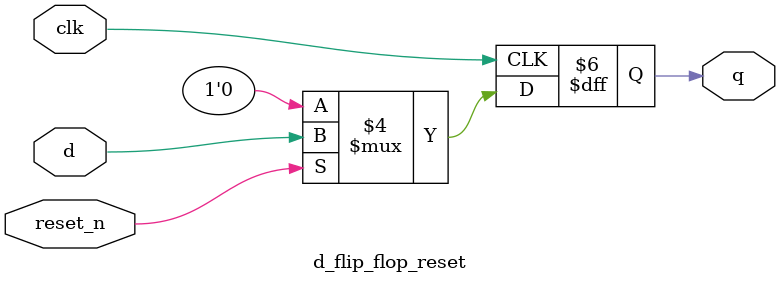
<source format=v>
 module d_flip_flop_reset(
	input clk,
	input reset_n,
	input d,
	output reg q
);


	always @(posedge clk) begin
		if(!reset_n) q <= 0;
		else q <= d;
		
	end 
	
endmodule 
</source>
